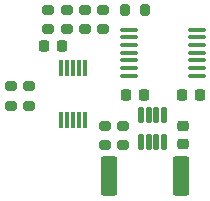
<source format=gtp>
G04 #@! TF.GenerationSoftware,KiCad,Pcbnew,7.0.1*
G04 #@! TF.CreationDate,2023-07-16T12:12:56+02:00*
G04 #@! TF.ProjectId,servo_level_shifter,73657276-6f5f-46c6-9576-656c5f736869,rev?*
G04 #@! TF.SameCoordinates,Original*
G04 #@! TF.FileFunction,Paste,Top*
G04 #@! TF.FilePolarity,Positive*
%FSLAX46Y46*%
G04 Gerber Fmt 4.6, Leading zero omitted, Abs format (unit mm)*
G04 Created by KiCad (PCBNEW 7.0.1) date 2023-07-16 12:12:56*
%MOMM*%
%LPD*%
G01*
G04 APERTURE LIST*
G04 Aperture macros list*
%AMRoundRect*
0 Rectangle with rounded corners*
0 $1 Rounding radius*
0 $2 $3 $4 $5 $6 $7 $8 $9 X,Y pos of 4 corners*
0 Add a 4 corners polygon primitive as box body*
4,1,4,$2,$3,$4,$5,$6,$7,$8,$9,$2,$3,0*
0 Add four circle primitives for the rounded corners*
1,1,$1+$1,$2,$3*
1,1,$1+$1,$4,$5*
1,1,$1+$1,$6,$7*
1,1,$1+$1,$8,$9*
0 Add four rect primitives between the rounded corners*
20,1,$1+$1,$2,$3,$4,$5,0*
20,1,$1+$1,$4,$5,$6,$7,0*
20,1,$1+$1,$6,$7,$8,$9,0*
20,1,$1+$1,$8,$9,$2,$3,0*%
G04 Aperture macros list end*
%ADD10RoundRect,0.200000X-0.275000X0.200000X-0.275000X-0.200000X0.275000X-0.200000X0.275000X0.200000X0*%
%ADD11RoundRect,0.225000X-0.225000X-0.250000X0.225000X-0.250000X0.225000X0.250000X-0.225000X0.250000X0*%
%ADD12RoundRect,0.200000X0.275000X-0.200000X0.275000X0.200000X-0.275000X0.200000X-0.275000X-0.200000X0*%
%ADD13RoundRect,0.200000X0.200000X0.275000X-0.200000X0.275000X-0.200000X-0.275000X0.200000X-0.275000X0*%
%ADD14RoundRect,0.225000X0.225000X0.250000X-0.225000X0.250000X-0.225000X-0.250000X0.225000X-0.250000X0*%
%ADD15RoundRect,0.225000X0.250000X-0.225000X0.250000X0.225000X-0.250000X0.225000X-0.250000X-0.225000X0*%
%ADD16R,0.300000X1.400000*%
%ADD17RoundRect,0.249999X-0.450001X-1.425001X0.450001X-1.425001X0.450001X1.425001X-0.450001X1.425001X0*%
%ADD18RoundRect,0.125000X0.125000X-0.537500X0.125000X0.537500X-0.125000X0.537500X-0.125000X-0.537500X0*%
%ADD19RoundRect,0.100000X0.637500X0.100000X-0.637500X0.100000X-0.637500X-0.100000X0.637500X-0.100000X0*%
G04 APERTURE END LIST*
D10*
X91405000Y-63055000D03*
X91405000Y-64705000D03*
D11*
X101155000Y-63830000D03*
X102705000Y-63830000D03*
D10*
X97705000Y-56580000D03*
X97705000Y-58230000D03*
X96155000Y-56580000D03*
X96155000Y-58230000D03*
D12*
X99255000Y-58230000D03*
X99255000Y-56580000D03*
D13*
X102755000Y-56630000D03*
X101105000Y-56630000D03*
D12*
X100905000Y-68055000D03*
X100905000Y-66405000D03*
D14*
X107430000Y-63805000D03*
X105880000Y-63805000D03*
D15*
X105980000Y-67955000D03*
X105980000Y-66405000D03*
D14*
X95755000Y-59705000D03*
X94205000Y-59705000D03*
D12*
X94555000Y-58230000D03*
X94555000Y-56580000D03*
X99355000Y-68055000D03*
X99355000Y-66405000D03*
D16*
X97705000Y-61505000D03*
X97205000Y-61505000D03*
X96705000Y-61505000D03*
X96205000Y-61505000D03*
X95705000Y-61505000D03*
X95705000Y-65905000D03*
X96205000Y-65905000D03*
X96705000Y-65905000D03*
X97205000Y-65905000D03*
X97705000Y-65905000D03*
D10*
X92955000Y-63055000D03*
X92955000Y-64705000D03*
D17*
X99705000Y-70705000D03*
X105805000Y-70705000D03*
D18*
X102430000Y-67792500D03*
X103080000Y-67792500D03*
X103730000Y-67792500D03*
X104380000Y-67792500D03*
X104380000Y-65517500D03*
X103730000Y-65517500D03*
X103080000Y-65517500D03*
X102430000Y-65517500D03*
D19*
X107167500Y-62180000D03*
X107167500Y-61530000D03*
X107167500Y-60880000D03*
X107167500Y-60230000D03*
X107167500Y-59580000D03*
X107167500Y-58930000D03*
X107167500Y-58280000D03*
X101442500Y-58280000D03*
X101442500Y-58930000D03*
X101442500Y-59580000D03*
X101442500Y-60230000D03*
X101442500Y-60880000D03*
X101442500Y-61530000D03*
X101442500Y-62180000D03*
M02*

</source>
